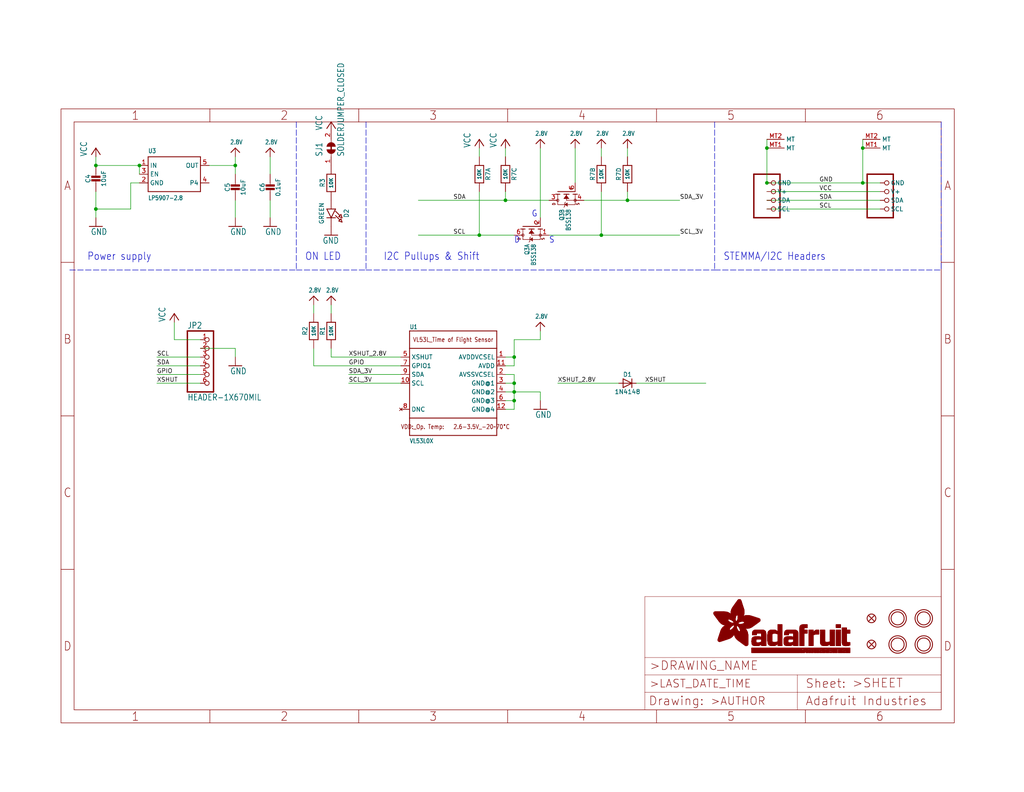
<source format=kicad_sch>
(kicad_sch (version 20211123) (generator eeschema)
  (paper "User" 298.45 231.013)
  (lib_symbols
    (symbol "eagleSchem-eagle-import:2.8V" (power)
      (property "Value" "2.8V" (at -1.524 1.016 0))
      (symbol "2.8V_1_0"
        (pin power_in line (at 0 -2.54 90) (length 2.54) (name "2.8V") (number "1"))
      )
    )
    (symbol "eagleSchem-eagle-import:CAP_CERAMIC0603_NO"
      (property "Reference" "C" (at -2.29 1.25 90))
      (property "Value" "CAP_CERAMIC0603_NO" (at 2.3 1.25 90))
      (symbol "CAP_CERAMIC0603_NO_1_0"
        (pin passive line (at 0 5.08 270) (length 2.54) (name "1") (number "1"))
        (pin passive line (at 0 -2.54 90) (length 2.54) (name "2") (number "2"))
      )
    )
    (symbol "eagleSchem-eagle-import:CAP_CERAMIC0805-NOOUTLINE"
      (property "Reference" "C" (at -2.29 1.25 90))
      (property "Value" "CAP_CERAMIC0805-NOOUTLINE" (at 2.3 1.25 90))
      (symbol "CAP_CERAMIC0805-NOOUTLINE_1_0"
        (pin passive line (at 0 5.08 270) (length 2.54) (name "1") (number "1"))
        (pin passive line (at 0 -2.54 90) (length 2.54) (name "2") (number "2"))
      )
    )
    (symbol "eagleSchem-eagle-import:DIODESOD-323"
      (property "Reference" "D" (at 0 2.54 0))
      (property "Value" "DIODESOD-323" (at 0 -2.5 0))
      (symbol "DIODESOD-323_1_0"
        (pin passive line (at -2.54 0 0) (length 2.54) (name "A") (number "A"))
        (pin passive line (at 2.54 0 180) (length 2.54) (name "C") (number "C"))
      )
    )
    (symbol "eagleSchem-eagle-import:FIDUCIAL_1MM")
    (symbol "eagleSchem-eagle-import:FRAME_A4_ADAFRUIT"
      (symbol "FRAME_A4_ADAFRUIT_1_0"
        (text "1" (at 21.6958 1.905 0) (effects (font (size 2.54 2.286))))
        (text "1" (at 21.6958 177.165 0) (effects (font (size 2.54 2.286))))
        (text "2" (at 65.0875 1.905 0) (effects (font (size 2.54 2.286))))
        (text "2" (at 65.0875 177.165 0) (effects (font (size 2.54 2.286))))
        (text "3" (at 108.4792 1.905 0) (effects (font (size 2.54 2.286))))
        (text "3" (at 108.4792 177.165 0) (effects (font (size 2.54 2.286))))
        (text "4" (at 151.8708 1.905 0) (effects (font (size 2.54 2.286))))
        (text "4" (at 151.8708 177.165 0) (effects (font (size 2.54 2.286))))
        (text "5" (at 195.2625 1.905 0) (effects (font (size 2.54 2.286))))
        (text "5" (at 195.2625 177.165 0) (effects (font (size 2.54 2.286))))
        (text "6" (at 238.6542 1.905 0) (effects (font (size 2.54 2.286))))
        (text "6" (at 238.6542 177.165 0) (effects (font (size 2.54 2.286))))
        (text ">AUTHOR" (at 189.23 5.08 0) (effects (font (size 2.286 2.286)) (justify left bottom)))
        (text ">DRAWING_NAME" (at 171.45 15.24 0) (effects (font (size 2.54 2.54)) (justify left bottom)))
        (text ">LAST_DATE_TIME" (at 171.45 10.16 0) (effects (font (size 2.286 2.286)) (justify left bottom)))
        (text ">SHEET" (at 230.505 10.16 0) (effects (font (size 2.54 2.54)) (justify left bottom)))
        (text "A" (at 1.905 156.6863 0) (effects (font (size 2.54 2.286))))
        (text "A" (at 258.445 156.6863 0) (effects (font (size 2.54 2.286))))
        (text "Adafruit Industries" (at 216.916 4.953 0) (effects (font (size 2.54 2.54)) (justify left bottom)))
        (text "B" (at 1.905 111.9188 0) (effects (font (size 2.54 2.286))))
        (text "B" (at 258.445 111.9188 0) (effects (font (size 2.54 2.286))))
        (text "C" (at 1.905 67.1513 0) (effects (font (size 2.54 2.286))))
        (text "C" (at 258.445 67.1513 0) (effects (font (size 2.54 2.286))))
        (text "D" (at 1.905 22.3838 0) (effects (font (size 2.54 2.286))))
        (text "D" (at 258.445 22.3838 0) (effects (font (size 2.54 2.286))))
        (text "Drawing:" (at 171.196 4.953 0) (effects (font (size 2.54 2.54)) (justify left bottom)))
        (text "Sheet:" (at 216.916 10.033 0) (effects (font (size 2.54 2.54)) (justify left bottom)))
      )
    )
    (symbol "eagleSchem-eagle-import:GND" (power)
      (property "Value" "GND" (at -2.54 -2.54 0))
      (symbol "GND_1_0"
        (pin power_in line (at 0 2.54 270) (length 2.54) (name "GND") (number "1"))
      )
    )
    (symbol "eagleSchem-eagle-import:HEADER-1X670MIL"
      (property "Reference" "JP" (at -6.35 10.795 0))
      (property "Value" "HEADER-1X670MIL" (at -6.35 -10.16 0))
      (symbol "HEADER-1X670MIL_1_0"
        (pin passive inverted (at -2.54 7.62 0) (length 2.54) (name "1") (number "1"))
        (pin passive inverted (at -2.54 5.08 0) (length 2.54) (name "2") (number "2"))
        (pin passive inverted (at -2.54 2.54 0) (length 2.54) (name "3") (number "3"))
        (pin passive inverted (at -2.54 0 0) (length 2.54) (name "4") (number "4"))
        (pin passive inverted (at -2.54 -2.54 0) (length 2.54) (name "5") (number "5"))
        (pin passive inverted (at -2.54 -5.08 0) (length 2.54) (name "6") (number "6"))
      )
    )
    (symbol "eagleSchem-eagle-import:LED0603_NOOUTLINE"
      (property "Reference" "D" (at -1.27 4.445 0))
      (property "Value" "LED0603_NOOUTLINE" (at -1.27 -2.794 0))
      (symbol "LED0603_NOOUTLINE_1_0"
        (pin passive line (at -5.08 0 0) (length 2.54) (name "A") (number "A"))
        (pin passive line (at 2.54 0 180) (length 2.54) (name "C") (number "C"))
      )
    )
    (symbol "eagleSchem-eagle-import:MOSFET-N_DUAL"
      (property "Reference" "Q" (at 5.08 0.635 0))
      (property "Value" "MOSFET-N_DUAL" (at 5.08 -1.27 0))
      (symbol "MOSFET-N_DUAL_1_0"
        (text "D" (at 3.175 3.175 0) (effects (font (size 0.8128 0.6908)) (justify left bottom)))
        (text "G" (at -1.27 -1.905 0) (effects (font (size 0.8128 0.6908)) (justify left bottom)))
        (text "S" (at 3.175 -3.81 0) (effects (font (size 0.8128 0.6908)) (justify left bottom)))
        (pin bidirectional line (at 2.54 -5.08 90) (length 2.54) (name "S") (number "1"))
        (pin bidirectional line (at -2.54 -2.54 0) (length 2.54) (name "G") (number "2"))
        (pin bidirectional line (at 2.54 5.08 270) (length 2.54) (name "D") (number "6"))
      )
      (symbol "MOSFET-N_DUAL_2_0"
        (text "D" (at 3.175 3.175 0) (effects (font (size 0.8128 0.6908)) (justify left bottom)))
        (text "G" (at -1.27 -1.905 0) (effects (font (size 0.8128 0.6908)) (justify left bottom)))
        (text "S" (at 3.175 -3.81 0) (effects (font (size 0.8128 0.6908)) (justify left bottom)))
        (pin bidirectional line (at 2.54 5.08 270) (length 2.54) (name "D") (number "3"))
        (pin bidirectional line (at 2.54 -5.08 90) (length 2.54) (name "S") (number "4"))
        (pin bidirectional line (at -2.54 -2.54 0) (length 2.54) (name "G") (number "5"))
      )
    )
    (symbol "eagleSchem-eagle-import:MOUNTINGHOLE2.5")
    (symbol "eagleSchem-eagle-import:RESISTOR_0603_NOOUT"
      (property "Reference" "R" (at 0 2.54 0))
      (property "Value" "RESISTOR_0603_NOOUT" (at 0 0 0))
      (symbol "RESISTOR_0603_NOOUT_1_0"
        (pin passive line (at -5.08 0 0) (length 2.54) (name "1") (number "1"))
        (pin passive line (at 5.08 0 180) (length 2.54) (name "2") (number "2"))
      )
    )
    (symbol "eagleSchem-eagle-import:RESISTOR_4PACK"
      (property "Reference" "R" (at 0 2.54 0))
      (property "Value" "RESISTOR_4PACK" (at 0 0 0))
      (symbol "RESISTOR_4PACK_1_0"
        (pin passive line (at -5.08 0 0) (length 2.54) (name "1") (number "1"))
        (pin passive line (at 5.08 0 180) (length 2.54) (name "2") (number "8"))
      )
      (symbol "RESISTOR_4PACK_2_0"
        (pin passive line (at -5.08 0 0) (length 2.54) (name "1") (number "2"))
        (pin passive line (at 5.08 0 180) (length 2.54) (name "2") (number "7"))
      )
      (symbol "RESISTOR_4PACK_3_0"
        (pin passive line (at -5.08 0 0) (length 2.54) (name "1") (number "3"))
        (pin passive line (at 5.08 0 180) (length 2.54) (name "2") (number "6"))
      )
      (symbol "RESISTOR_4PACK_4_0"
        (pin passive line (at -5.08 0 0) (length 2.54) (name "1") (number "4"))
        (pin passive line (at 5.08 0 180) (length 2.54) (name "2") (number "5"))
      )
    )
    (symbol "eagleSchem-eagle-import:SOLDERJUMPER_CLOSED"
      (property "Reference" "SJ" (at -2.54 2.54 0))
      (property "Value" "SOLDERJUMPER_CLOSED" (at -2.54 -3.81 0))
      (symbol "SOLDERJUMPER_CLOSED_1_0"
        (pin passive line (at -5.08 0 0) (length 2.54) (name "1") (number "1"))
        (pin passive line (at 5.08 0 180) (length 2.54) (name "2") (number "2"))
      )
    )
    (symbol "eagleSchem-eagle-import:STEMMA_I2C_QT"
      (symbol "STEMMA_I2C_QT_1_0"
        (pin passive inverted (at 0 5.08 0) (length 2.54) (name "GND") (number "1"))
        (pin passive inverted (at 0 2.54 0) (length 2.54) (name "V+") (number "2"))
        (pin passive inverted (at 0 0 0) (length 2.54) (name "SDA") (number "3"))
        (pin passive inverted (at 0 -2.54 0) (length 2.54) (name "SCL") (number "4"))
      )
      (symbol "STEMMA_I2C_QT_2_0"
        (pin bidirectional line (at 0 0 0) (length 5.08) (name "MT") (number "MT1"))
      )
      (symbol "STEMMA_I2C_QT_3_0"
        (pin bidirectional line (at 0 0 0) (length 5.08) (name "MT") (number "MT2"))
      )
    )
    (symbol "eagleSchem-eagle-import:VCC" (power)
      (property "Value" "VCC" (at -2.54 -2.54 90))
      (symbol "VCC_1_0"
        (pin power_in line (at 0 -2.54 90) (length 2.54) (name "VCC") (number "1"))
      )
    )
    (symbol "eagleSchem-eagle-import:VL53L0X"
      (property "Reference" "U" (at -12.7 15.7226 0))
      (property "Value" "VL53L0X" (at -12.7 -17.5514 0))
      (symbol "VL53L0X_1_0"
        (text "2.6-3.5V_-20~70°C" (at 0 -12.7 0) (effects (font (size 1.27 1.0795)) (justify left)))
        (text "VDD:_Op. Temp:" (at -2.54 -12.7 0) (effects (font (size 1.27 1.0795)) (justify right)))
        (text "VL53L_Time of Flight Sensor" (at 0 12.7 0) (effects (font (size 1.27 1.0795))))
        (pin power_in line (at 15.24 7.62 180) (length 2.54) (name "AVDDVCSEL") (number "1"))
        (pin open_collector line (at -15.24 0 0) (length 2.54) (name "SCL") (number "10"))
        (pin power_in line (at 15.24 5.08 180) (length 2.54) (name "AVDD") (number "11"))
        (pin power_in line (at 15.24 -7.62 180) (length 2.54) (name "GND@4") (number "12"))
        (pin power_in line (at 15.24 2.54 180) (length 2.54) (name "AVSSVCSEL") (number "2"))
        (pin power_in line (at 15.24 0 180) (length 2.54) (name "GND@1") (number "3"))
        (pin power_in line (at 15.24 -2.54 180) (length 2.54) (name "GND@2") (number "4"))
        (pin input line (at -15.24 7.62 0) (length 2.54) (name "XSHUT") (number "5"))
        (pin power_in line (at 15.24 -5.08 180) (length 2.54) (name "GND@3") (number "6"))
        (pin output line (at -15.24 5.08 0) (length 2.54) (name "GPIO1") (number "7"))
        (pin no_connect line (at -15.24 -7.62 0) (length 2.54) (name "DNC") (number "8"))
        (pin open_collector line (at -15.24 2.54 0) (length 2.54) (name "SDA") (number "9"))
      )
    )
    (symbol "eagleSchem-eagle-import:VREG_SOT23-5"
      (property "Reference" "U" (at -7.62 6.096 0))
      (property "Value" "VREG_SOT23-5" (at -7.62 -7.62 0))
      (symbol "VREG_SOT23-5_1_0"
        (pin power_in line (at -10.16 2.54 0) (length 2.54) (name "IN") (number "1"))
        (pin power_in line (at -10.16 -2.54 0) (length 2.54) (name "GND") (number "2"))
        (pin input line (at -10.16 0 0) (length 2.54) (name "EN") (number "3"))
        (pin bidirectional line (at 10.16 -2.54 180) (length 2.54) (name "P4") (number "4"))
        (pin power_in line (at 10.16 2.54 180) (length 2.54) (name "OUT") (number "5"))
      )
    )
  )
  (junction (at 139.7 68.58))
  (junction (at 175.26 68.58))
  (junction (at 182.88 58.42))
  (junction (at 149.86 116.84))
  (junction (at 149.86 104.14))
  (junction (at 27.94 60.96))
  (junction (at 223.52 53.34))
  (junction (at 147.32 58.42))
  (junction (at 149.86 114.3))
  (junction (at 251.46 43.18))
  (junction (at 40.64 48.26))
  (junction (at 27.94 48.26))
  (junction (at 149.86 111.76))
  (junction (at 251.46 53.34))
  (junction (at 223.52 43.18))
  (junction (at 68.58 48.26))
  (wire (pts (xy 147.32 109.22) (xy 149.86 109.22)))
  (wire (pts (xy 27.94 60.96) (xy 27.94 63.5)))
  (wire (pts (xy 223.52 60.96) (xy 256.54 60.96)))
  (wire (pts (xy 157.48 63.5) (xy 157.48 43.18)))
  (wire (pts (xy 58.42 104.14) (xy 45.72 104.14)))
  (wire (pts (xy 116.84 111.76) (xy 101.6 111.76)))
  (wire (pts (xy 149.86 104.14) (xy 149.86 99.06)))
  (polyline (pts (xy 274.32 35.56) (xy 274.32 78.74)))
  (wire (pts (xy 223.52 40.64) (xy 223.52 43.18)))
  (wire (pts (xy 116.84 106.68) (xy 91.44 106.68)))
  (wire (pts (xy 147.32 114.3) (xy 149.86 114.3)))
  (wire (pts (xy 256.54 53.34) (xy 251.46 53.34)))
  (wire (pts (xy 182.88 45.72) (xy 182.88 43.18)))
  (wire (pts (xy 147.32 55.88) (xy 147.32 58.42)))
  (wire (pts (xy 40.64 48.26) (xy 27.94 48.26)))
  (wire (pts (xy 96.52 104.14) (xy 96.52 101.6)))
  (wire (pts (xy 38.1 60.96) (xy 27.94 60.96)))
  (wire (pts (xy 27.94 45.72) (xy 27.94 48.26)))
  (wire (pts (xy 149.86 68.58) (xy 139.7 68.58)))
  (wire (pts (xy 147.32 58.42) (xy 121.92 58.42)))
  (wire (pts (xy 116.84 104.14) (xy 96.52 104.14)))
  (wire (pts (xy 68.58 48.26) (xy 68.58 50.8)))
  (wire (pts (xy 139.7 43.18) (xy 139.7 45.72)))
  (wire (pts (xy 58.42 111.76) (xy 45.72 111.76)))
  (wire (pts (xy 58.42 99.06) (xy 50.8 99.06)))
  (wire (pts (xy 251.46 40.64) (xy 251.46 43.18)))
  (wire (pts (xy 147.32 116.84) (xy 149.86 116.84)))
  (wire (pts (xy 175.26 68.58) (xy 198.12 68.58)))
  (wire (pts (xy 180.34 111.76) (xy 162.56 111.76)))
  (wire (pts (xy 149.86 106.68) (xy 149.86 104.14)))
  (wire (pts (xy 251.46 53.34) (xy 223.52 53.34)))
  (wire (pts (xy 68.58 58.42) (xy 68.58 63.5)))
  (wire (pts (xy 27.94 60.96) (xy 27.94 55.88)))
  (wire (pts (xy 40.64 53.34) (xy 38.1 53.34)))
  (polyline (pts (xy 106.68 78.74) (xy 208.28 78.74)))
  (wire (pts (xy 116.84 109.22) (xy 101.6 109.22)))
  (wire (pts (xy 167.64 53.34) (xy 167.64 43.18)))
  (wire (pts (xy 149.86 119.38) (xy 149.86 116.84)))
  (wire (pts (xy 38.1 53.34) (xy 38.1 60.96)))
  (wire (pts (xy 223.52 55.88) (xy 256.54 55.88)))
  (wire (pts (xy 78.74 45.72) (xy 78.74 50.8)))
  (wire (pts (xy 60.96 48.26) (xy 68.58 48.26)))
  (wire (pts (xy 149.86 99.06) (xy 157.48 99.06)))
  (wire (pts (xy 160.02 58.42) (xy 147.32 58.42)))
  (wire (pts (xy 68.58 48.26) (xy 68.58 45.72)))
  (wire (pts (xy 139.7 55.88) (xy 139.7 68.58)))
  (wire (pts (xy 149.86 111.76) (xy 149.86 114.3)))
  (wire (pts (xy 160.02 68.58) (xy 175.26 68.58)))
  (wire (pts (xy 149.86 114.3) (xy 157.48 114.3)))
  (wire (pts (xy 40.64 50.8) (xy 40.64 48.26)))
  (wire (pts (xy 58.42 106.68) (xy 45.72 106.68)))
  (wire (pts (xy 96.52 91.44) (xy 96.52 88.9)))
  (wire (pts (xy 58.42 101.6) (xy 68.58 101.6)))
  (wire (pts (xy 175.26 45.72) (xy 175.26 43.18)))
  (wire (pts (xy 157.48 99.06) (xy 157.48 96.52)))
  (wire (pts (xy 170.18 58.42) (xy 182.88 58.42)))
  (polyline (pts (xy 86.36 78.74) (xy 106.68 78.74)))
  (wire (pts (xy 139.7 68.58) (xy 121.92 68.58)))
  (polyline (pts (xy 20.32 78.74) (xy 86.36 78.74)))
  (wire (pts (xy 58.42 109.22) (xy 45.72 109.22)))
  (wire (pts (xy 175.26 55.88) (xy 175.26 68.58)))
  (wire (pts (xy 147.32 45.72) (xy 147.32 43.18)))
  (wire (pts (xy 147.32 104.14) (xy 149.86 104.14)))
  (wire (pts (xy 78.74 58.42) (xy 78.74 63.5)))
  (polyline (pts (xy 106.68 35.56) (xy 106.68 78.74)))
  (wire (pts (xy 68.58 101.6) (xy 68.58 104.14)))
  (wire (pts (xy 147.32 106.68) (xy 149.86 106.68)))
  (wire (pts (xy 149.86 116.84) (xy 149.86 114.3)))
  (wire (pts (xy 251.46 43.18) (xy 251.46 53.34)))
  (wire (pts (xy 256.54 58.42) (xy 223.52 58.42)))
  (wire (pts (xy 147.32 111.76) (xy 149.86 111.76)))
  (wire (pts (xy 50.8 99.06) (xy 50.8 93.98)))
  (polyline (pts (xy 208.28 78.74) (xy 274.32 78.74)))
  (wire (pts (xy 182.88 58.42) (xy 198.12 58.42)))
  (polyline (pts (xy 86.36 35.56) (xy 86.36 78.74)))
  (wire (pts (xy 147.32 119.38) (xy 149.86 119.38)))
  (wire (pts (xy 91.44 106.68) (xy 91.44 101.6)))
  (wire (pts (xy 149.86 109.22) (xy 149.86 111.76)))
  (wire (pts (xy 182.88 55.88) (xy 182.88 58.42)))
  (wire (pts (xy 223.52 43.18) (xy 223.52 53.34)))
  (wire (pts (xy 91.44 91.44) (xy 91.44 88.9)))
  (wire (pts (xy 157.48 114.3) (xy 157.48 116.84)))
  (wire (pts (xy 205.74 111.76) (xy 185.42 111.76)))
  (polyline (pts (xy 208.28 35.56) (xy 208.28 78.74)))
  (text "I2C Pullups & Shift" (at 111.76 76.2 180) (effects (font (size 2.1844 1.8567)) (justify left bottom)))
  (text "G" (at 154.94 63.5 180) (effects (font (size 1.778 1.5113)) (justify left bottom)))
  (text "S" (at 160.02 71.12 180) (effects (font (size 1.778 1.5113)) (justify left bottom)))
  (text "D" (at 149.86 71.12 180) (effects (font (size 1.778 1.5113)) (justify left bottom)))
  (text "Power supply" (at 25.4 76.2 180) (effects (font (size 2.1844 1.8567)) (justify left bottom)))
  (text "STEMMA/I2C Headers" (at 210.82 76.2 180) (effects (font (size 2.1844 1.8567)) (justify left bottom)))
  (text "ON LED" (at 88.9 76.2 180) (effects (font (size 2.1844 1.8567)) (justify left bottom)))
  (label "XSHUT" (at 45.72 111.76 0) (effects (font (size 1.2446 1.2446))))
  (label "SDA" (at 132.08 58.42 0) (effects (font (size 1.2446 1.2446))))
  (label "SDA_3V" (at 198.12 58.42 0) (effects (font (size 1.2446 1.2446))))
  (label "XSHUT_2.8V" (at 101.6 104.14 0) (effects (font (size 1.2446 1.2446))))
  (label "SCL" (at 238.76 60.96 0) (effects (font (size 1.2446 1.2446))))
  (label "XSHUT_2.8V" (at 162.56 111.76 0) (effects (font (size 1.2446 1.2446))))
  (label "VCC" (at 238.76 55.88 0) (effects (font (size 1.2446 1.2446))))
  (label "SDA_3V" (at 101.6 109.22 0) (effects (font (size 1.2446 1.2446))))
  (label "XSHUT" (at 187.96 111.76 0) (effects (font (size 1.2446 1.2446))))
  (label "SCL" (at 45.72 104.14 0) (effects (font (size 1.2446 1.2446))))
  (label "GPIO" (at 101.6 106.68 0) (effects (font (size 1.2446 1.2446))))
  (label "SDA" (at 45.72 106.68 0) (effects (font (size 1.2446 1.2446))))
  (label "SCL_3V" (at 101.6 111.76 0) (effects (font (size 1.2446 1.2446))))
  (label "GND" (at 238.76 53.34 0) (effects (font (size 1.2446 1.2446))))
  (label "SCL_3V" (at 198.12 68.58 0) (effects (font (size 1.2446 1.2446))))
  (label "SCL" (at 132.08 68.58 0) (effects (font (size 1.2446 1.2446))))
  (label "GPIO" (at 45.72 109.22 0) (effects (font (size 1.2446 1.2446))))
  (label "SDA" (at 238.76 58.42 0) (effects (font (size 1.2446 1.2446))))
  (symbol (lib_id "eagleSchem-eagle-import:GND") (at 157.48 119.38 0) (unit 1)
    (property "Reference" "#U$4" (effects hide))
    (property "Value" "GND" (at 155.956 121.92 0) (effects (font (size 1.778 1.5113)) (justify left bottom)))
    (property "Footprint" "eagleSchem:" (effects hide))
  )
  (symbol (lib_id "eagleSchem-eagle-import:2.8V") (at 175.26 40.64 0) (unit 1)
    (property "Reference" "#U$26" (effects hide))
    (property "Value" "2.8V" (at 173.736 39.624 0) (effects (font (size 1.27 1.0795)) (justify left bottom)))
    (property "Footprint" "eagleSchem:" (effects hide))
  )
  (symbol (lib_id "eagleSchem-eagle-import:MOUNTINGHOLE2.5") (at 261.62 187.96 0) (unit 1)
    (property "Reference" "U$30" (effects hide))
    (property "Value" "MOUNTINGHOLE2.5" (effects hide))
    (property "Footprint" "eagleSchem:MOUNTINGHOLE_2.5_PLATED" (effects hide))
  )
  (symbol (lib_id "eagleSchem-eagle-import:2.8V") (at 157.48 93.98 0) (unit 1)
    (property "Reference" "#U$16" (effects hide))
    (property "Value" "2.8V" (at 155.956 92.964 0) (effects (font (size 1.27 1.0795)) (justify left bottom)))
    (property "Footprint" "eagleSchem:" (effects hide))
  )
  (symbol (lib_id "eagleSchem-eagle-import:GND") (at 96.52 68.58 0) (unit 1)
    (property "Reference" "#GND6" (effects hide))
    (property "Value" "GND" (at 93.98 71.12 0) (effects (font (size 1.778 1.5113)) (justify left bottom)))
    (property "Footprint" "eagleSchem:" (effects hide))
  )
  (symbol (lib_id "eagleSchem-eagle-import:2.8V") (at 157.48 40.64 0) (unit 1)
    (property "Reference" "#U$24" (effects hide))
    (property "Value" "2.8V" (at 155.956 39.624 0) (effects (font (size 1.27 1.0795)) (justify left bottom)))
    (property "Footprint" "eagleSchem:" (effects hide))
  )
  (symbol (lib_id "eagleSchem-eagle-import:VCC") (at 139.7 40.64 0) (unit 1)
    (property "Reference" "#P+1" (effects hide))
    (property "Value" "VCC" (at 137.16 43.18 90) (effects (font (size 1.778 1.5113)) (justify left bottom)))
    (property "Footprint" "eagleSchem:" (effects hide))
  )
  (symbol (lib_id "eagleSchem-eagle-import:RESISTOR_4PACK") (at 147.32 50.8 270) (unit 3)
    (property "Reference" "R7" (at 149.86 50.8 0))
    (property "Value" "10K" (at 147.32 50.8 0) (effects (font (size 1.016 1.016) bold)))
    (property "Footprint" "eagleSchem:RESPACK_4X0603" (effects hide))
  )
  (symbol (lib_id "eagleSchem-eagle-import:CAP_CERAMIC0805-NOOUTLINE") (at 68.58 55.88 0) (unit 1)
    (property "Reference" "C5" (at 66.29 54.63 90))
    (property "Value" "10uF" (at 70.88 54.63 90))
    (property "Footprint" "eagleSchem:0805-NO" (effects hide))
  )
  (symbol (lib_id "eagleSchem-eagle-import:FIDUCIAL_1MM") (at 254 180.34 0) (unit 1)
    (property "Reference" "FID4" (effects hide))
    (property "Value" "FIDUCIAL_1MM" (effects hide))
    (property "Footprint" "eagleSchem:FIDUCIAL_1MM" (effects hide))
  )
  (symbol (lib_id "eagleSchem-eagle-import:VCC") (at 147.32 40.64 0) (unit 1)
    (property "Reference" "#P+2" (effects hide))
    (property "Value" "VCC" (at 144.78 43.18 90) (effects (font (size 1.778 1.5113)) (justify left bottom)))
    (property "Footprint" "eagleSchem:" (effects hide))
  )
  (symbol (lib_id "eagleSchem-eagle-import:STEMMA_I2C_QT") (at 251.46 40.64 0) (unit 3)
    (property "Reference" "CONN4" (effects hide))
    (property "Value" "STEMMA_I2C_QT" (effects hide))
    (property "Footprint" "eagleSchem:JST_SH4" (effects hide))
  )
  (symbol (lib_id "eagleSchem-eagle-import:VREG_SOT23-5") (at 50.8 50.8 0) (unit 1)
    (property "Reference" "U3" (at 43.18 44.704 0) (effects (font (size 1.27 1.0795)) (justify left bottom)))
    (property "Value" "LP5907-2.8" (at 43.18 58.42 0) (effects (font (size 1.27 1.0795)) (justify left bottom)))
    (property "Footprint" "eagleSchem:SOT23-5" (effects hide))
  )
  (symbol (lib_id "eagleSchem-eagle-import:2.8V") (at 91.44 86.36 0) (unit 1)
    (property "Reference" "#U$9" (effects hide))
    (property "Value" "2.8V" (at 89.916 85.344 0) (effects (font (size 1.27 1.0795)) (justify left bottom)))
    (property "Footprint" "eagleSchem:" (effects hide))
  )
  (symbol (lib_id "eagleSchem-eagle-import:CAP_CERAMIC0603_NO") (at 78.74 55.88 0) (unit 1)
    (property "Reference" "C6" (at 76.45 54.63 90))
    (property "Value" "0.1uF" (at 81.04 54.63 90))
    (property "Footprint" "eagleSchem:0603-NO" (effects hide))
  )
  (symbol (lib_id "eagleSchem-eagle-import:RESISTOR_4PACK") (at 139.7 50.8 270) (unit 1)
    (property "Reference" "R7" (at 142.24 50.8 0))
    (property "Value" "10K" (at 139.7 50.8 0) (effects (font (size 1.016 1.016) bold)))
    (property "Footprint" "eagleSchem:RESPACK_4X0603" (effects hide))
  )
  (symbol (lib_id "eagleSchem-eagle-import:GND") (at 27.94 66.04 0) (unit 1)
    (property "Reference" "#U$19" (effects hide))
    (property "Value" "GND" (at 26.416 68.58 0) (effects (font (size 1.778 1.5113)) (justify left bottom)))
    (property "Footprint" "eagleSchem:" (effects hide))
  )
  (symbol (lib_id "eagleSchem-eagle-import:STEMMA_I2C_QT") (at 223.52 43.18 0) (unit 2)
    (property "Reference" "CONN3" (effects hide))
    (property "Value" "STEMMA_I2C_QT" (effects hide))
    (property "Footprint" "eagleSchem:JST_SH4" (effects hide))
  )
  (symbol (lib_id "eagleSchem-eagle-import:DIODESOD-323") (at 182.88 111.76 0) (unit 1)
    (property "Reference" "D1" (at 182.88 109.22 0))
    (property "Value" "1N4148" (at 182.88 114.26 0))
    (property "Footprint" "eagleSchem:SOD-323" (effects hide))
  )
  (symbol (lib_id "eagleSchem-eagle-import:FIDUCIAL_1MM") (at 254 187.96 0) (unit 1)
    (property "Reference" "FID1" (effects hide))
    (property "Value" "FIDUCIAL_1MM" (effects hide))
    (property "Footprint" "eagleSchem:FIDUCIAL_1MM" (effects hide))
  )
  (symbol (lib_id "eagleSchem-eagle-import:GND") (at 68.58 106.68 0) (unit 1)
    (property "Reference" "#U$22" (effects hide))
    (property "Value" "GND" (at 67.056 109.22 0) (effects (font (size 1.778 1.5113)) (justify left bottom)))
    (property "Footprint" "eagleSchem:" (effects hide))
  )
  (symbol (lib_id "eagleSchem-eagle-import:SOLDERJUMPER_CLOSED") (at 96.52 43.18 90) (unit 1)
    (property "Reference" "SJ1" (at 93.98 45.72 0) (effects (font (size 1.778 1.5113)) (justify left bottom)))
    (property "Value" "SOLDERJUMPER_CLOSED" (at 100.33 45.72 0) (effects (font (size 1.778 1.5113)) (justify left bottom)))
    (property "Footprint" "eagleSchem:SOLDERJUMPER_CLOSEDWIRE" (effects hide))
  )
  (symbol (lib_id "eagleSchem-eagle-import:RESISTOR_4PACK") (at 175.26 50.8 90) (mirror x) (unit 2)
    (property "Reference" "R7" (at 172.72 50.8 0))
    (property "Value" "10K" (at 175.26 50.8 0) (effects (font (size 1.016 1.016) bold)))
    (property "Footprint" "eagleSchem:RESPACK_4X0603" (effects hide))
  )
  (symbol (lib_id "eagleSchem-eagle-import:MOSFET-N_DUAL") (at 154.94 66.04 90) (mirror x) (unit 1)
    (property "Reference" "Q3" (at 154.305 71.12 0) (effects (font (size 1.27 1.0795)) (justify left bottom)))
    (property "Value" "BSS138" (at 156.21 71.12 0) (effects (font (size 1.27 1.0795)) (justify left bottom)))
    (property "Footprint" "eagleSchem:SOT363" (effects hide))
  )
  (symbol (lib_id "eagleSchem-eagle-import:2.8V") (at 68.58 43.18 0) (unit 1)
    (property "Reference" "#U$23" (effects hide))
    (property "Value" "2.8V" (at 67.056 42.164 0) (effects (font (size 1.27 1.0795)) (justify left bottom)))
    (property "Footprint" "eagleSchem:" (effects hide))
  )
  (symbol (lib_id "eagleSchem-eagle-import:VCC") (at 50.8 91.44 0) (unit 1)
    (property "Reference" "#P+4" (effects hide))
    (property "Value" "VCC" (at 48.26 93.98 90) (effects (font (size 1.778 1.5113)) (justify left bottom)))
    (property "Footprint" "eagleSchem:" (effects hide))
  )
  (symbol (lib_id "eagleSchem-eagle-import:GND") (at 68.58 66.04 0) (unit 1)
    (property "Reference" "#U$20" (effects hide))
    (property "Value" "GND" (at 67.056 68.58 0) (effects (font (size 1.778 1.5113)) (justify left bottom)))
    (property "Footprint" "eagleSchem:" (effects hide))
  )
  (symbol (lib_id "eagleSchem-eagle-import:2.8V") (at 182.88 40.64 0) (unit 1)
    (property "Reference" "#U$27" (effects hide))
    (property "Value" "2.8V" (at 181.356 39.624 0) (effects (font (size 1.27 1.0795)) (justify left bottom)))
    (property "Footprint" "eagleSchem:" (effects hide))
  )
  (symbol (lib_id "eagleSchem-eagle-import:RESISTOR_0603_NOOUT") (at 96.52 96.52 90) (unit 1)
    (property "Reference" "R1" (at 93.98 96.52 0))
    (property "Value" "10K" (at 96.52 96.52 0) (effects (font (size 1.016 1.016) bold)))
    (property "Footprint" "eagleSchem:0603-NO" (effects hide))
  )
  (symbol (lib_id "eagleSchem-eagle-import:STEMMA_I2C_QT") (at 223.52 58.42 0) (unit 1)
    (property "Reference" "CONN3" (effects hide))
    (property "Value" "STEMMA_I2C_QT" (effects hide))
    (property "Footprint" "eagleSchem:JST_SH4" (effects hide))
  )
  (symbol (lib_id "eagleSchem-eagle-import:VCC") (at 27.94 43.18 0) (unit 1)
    (property "Reference" "#P+3" (effects hide))
    (property "Value" "VCC" (at 25.4 45.72 90) (effects (font (size 1.778 1.5113)) (justify left bottom)))
    (property "Footprint" "eagleSchem:" (effects hide))
  )
  (symbol (lib_id "eagleSchem-eagle-import:MOUNTINGHOLE2.5") (at 269.24 180.34 0) (unit 1)
    (property "Reference" "U$33" (effects hide))
    (property "Value" "MOUNTINGHOLE2.5" (effects hide))
    (property "Footprint" "eagleSchem:MOUNTINGHOLE_2.5_PLATED" (effects hide))
  )
  (symbol (lib_id "eagleSchem-eagle-import:RESISTOR_4PACK") (at 182.88 50.8 90) (mirror x) (unit 4)
    (property "Reference" "R7" (at 180.34 50.8 0))
    (property "Value" "10K" (at 182.88 50.8 0) (effects (font (size 1.016 1.016) bold)))
    (property "Footprint" "eagleSchem:RESPACK_4X0603" (effects hide))
  )
  (symbol (lib_id "eagleSchem-eagle-import:CAP_CERAMIC0805-NOOUTLINE") (at 27.94 53.34 0) (unit 1)
    (property "Reference" "C4" (at 25.65 52.09 90))
    (property "Value" "10uF" (at 30.24 52.09 90))
    (property "Footprint" "eagleSchem:0805-NO" (effects hide))
  )
  (symbol (lib_id "eagleSchem-eagle-import:2.8V") (at 96.52 86.36 0) (unit 1)
    (property "Reference" "#U$10" (effects hide))
    (property "Value" "2.8V" (at 94.996 85.344 0) (effects (font (size 1.27 1.0795)) (justify left bottom)))
    (property "Footprint" "eagleSchem:" (effects hide))
  )
  (symbol (lib_id "eagleSchem-eagle-import:LED0603_NOOUTLINE") (at 96.52 63.5 270) (unit 1)
    (property "Reference" "D2" (at 100.965 62.23 0))
    (property "Value" "GREEN" (at 93.726 62.23 0))
    (property "Footprint" "eagleSchem:CHIPLED_0603_NOOUTLINE" (effects hide))
  )
  (symbol (lib_id "eagleSchem-eagle-import:VCC") (at 96.52 35.56 0) (unit 1)
    (property "Reference" "#P+5" (effects hide))
    (property "Value" "VCC" (at 93.98 38.1 90) (effects (font (size 1.778 1.5113)) (justify left bottom)))
    (property "Footprint" "eagleSchem:" (effects hide))
  )
  (symbol (lib_id "eagleSchem-eagle-import:FRAME_A4_ADAFRUIT") (at 17.78 210.82 0) (unit 1)
    (property "Reference" "#U$32" (effects hide))
    (property "Value" "FRAME_A4_ADAFRUIT" (effects hide))
    (property "Footprint" "eagleSchem:" (effects hide))
  )
  (symbol (lib_id "eagleSchem-eagle-import:MOUNTINGHOLE2.5") (at 269.24 187.96 0) (unit 1)
    (property "Reference" "U$34" (effects hide))
    (property "Value" "MOUNTINGHOLE2.5" (effects hide))
    (property "Footprint" "eagleSchem:MOUNTINGHOLE_2.5_PLATED" (effects hide))
  )
  (symbol (lib_id "eagleSchem-eagle-import:MOUNTINGHOLE2.5") (at 261.62 180.34 0) (unit 1)
    (property "Reference" "U$31" (effects hide))
    (property "Value" "MOUNTINGHOLE2.5" (effects hide))
    (property "Footprint" "eagleSchem:MOUNTINGHOLE_2.5_PLATED" (effects hide))
  )
  (symbol (lib_id "eagleSchem-eagle-import:VL53L0X") (at 132.08 111.76 0) (unit 1)
    (property "Reference" "U1" (at 119.38 96.0374 0) (effects (font (size 1.27 1.0795)) (justify left bottom)))
    (property "Value" "VL53L0X" (at 119.38 129.3114 0) (effects (font (size 1.27 1.0795)) (justify left bottom)))
    (property "Footprint" "eagleSchem:LGA12_ST" (effects hide))
  )
  (symbol (lib_id "eagleSchem-eagle-import:STEMMA_I2C_QT") (at 223.52 40.64 0) (unit 3)
    (property "Reference" "CONN3" (effects hide))
    (property "Value" "STEMMA_I2C_QT" (effects hide))
    (property "Footprint" "eagleSchem:JST_SH4" (effects hide))
  )
  (symbol (lib_id "eagleSchem-eagle-import:RESISTOR_0603_NOOUT") (at 96.52 53.34 90) (unit 1)
    (property "Reference" "R3" (at 93.98 53.34 0))
    (property "Value" "10K" (at 96.52 53.34 0) (effects (font (size 1.016 1.016) bold)))
    (property "Footprint" "eagleSchem:0603-NO" (effects hide))
  )
  (symbol (lib_id "eagleSchem-eagle-import:2.8V") (at 78.74 43.18 0) (unit 1)
    (property "Reference" "#U$40" (effects hide))
    (property "Value" "2.8V" (at 77.216 42.164 0) (effects (font (size 1.27 1.0795)) (justify left bottom)))
    (property "Footprint" "eagleSchem:" (effects hide))
  )
  (symbol (lib_id "eagleSchem-eagle-import:RESISTOR_0603_NOOUT") (at 91.44 96.52 90) (unit 1)
    (property "Reference" "R2" (at 88.9 96.52 0))
    (property "Value" "10K" (at 91.44 96.52 0) (effects (font (size 1.016 1.016) bold)))
    (property "Footprint" "eagleSchem:0603-NO" (effects hide))
  )
  (symbol (lib_id "eagleSchem-eagle-import:GND") (at 78.74 66.04 0) (unit 1)
    (property "Reference" "#U$21" (effects hide))
    (property "Value" "GND" (at 77.216 68.58 0) (effects (font (size 1.778 1.5113)) (justify left bottom)))
    (property "Footprint" "eagleSchem:" (effects hide))
  )
  (symbol (lib_id "eagleSchem-eagle-import:STEMMA_I2C_QT") (at 256.54 58.42 0) (unit 1)
    (property "Reference" "CONN4" (effects hide))
    (property "Value" "STEMMA_I2C_QT" (effects hide))
    (property "Footprint" "eagleSchem:JST_SH4" (effects hide))
  )
  (symbol (lib_id "eagleSchem-eagle-import:STEMMA_I2C_QT") (at 251.46 43.18 0) (unit 2)
    (property "Reference" "CONN4" (effects hide))
    (property "Value" "STEMMA_I2C_QT" (effects hide))
    (property "Footprint" "eagleSchem:JST_SH4" (effects hide))
  )
  (symbol (lib_id "eagleSchem-eagle-import:MOSFET-N_DUAL") (at 165.1 55.88 90) (mirror x) (unit 2)
    (property "Reference" "Q3" (at 164.465 60.96 0) (effects (font (size 1.27 1.0795)) (justify left bottom)))
    (property "Value" "BSS138" (at 166.37 60.96 0) (effects (font (size 1.27 1.0795)) (justify left bottom)))
    (property "Footprint" "eagleSchem:SOT363" (effects hide))
  )
  (symbol (lib_id "eagleSchem-eagle-import:2.8V") (at 167.64 40.64 0) (unit 1)
    (property "Reference" "#U$25" (effects hide))
    (property "Value" "2.8V" (at 166.116 39.624 0) (effects (font (size 1.27 1.0795)) (justify left bottom)))
    (property "Footprint" "eagleSchem:" (effects hide))
  )
  (symbol (lib_id "eagleSchem-eagle-import:HEADER-1X670MIL") (at 60.96 106.68 0) (unit 1)
    (property "Reference" "JP2" (at 54.61 95.885 0) (effects (font (size 1.778 1.5113)) (justify left bottom)))
    (property "Value" "HEADER-1X670MIL" (at 54.61 116.84 0) (effects (font (size 1.778 1.5113)) (justify left bottom)))
    (property "Footprint" "eagleSchem:1X06_ROUND_70" (effects hide))
  )
)
</source>
